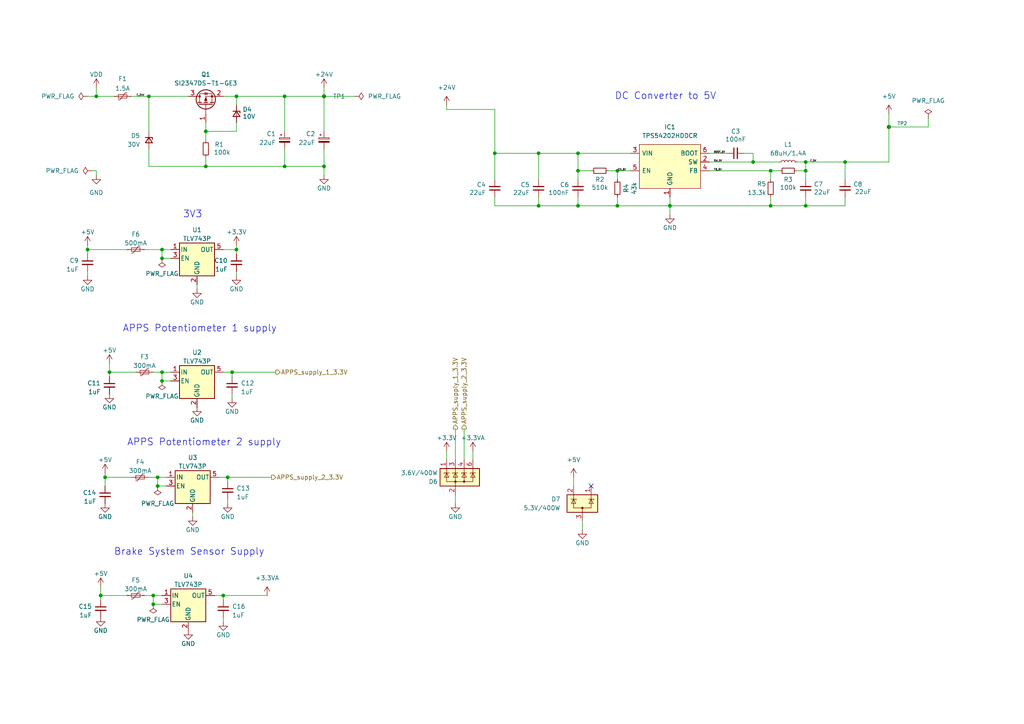
<source format=kicad_sch>
(kicad_sch (version 20250114) (generator "eeschema") (generator_version "9.0")
  (paper "A4")
  (lib_symbols
    (symbol "Connector:TestPoint_Small" (pin_numbers (hide yes)) (pin_names (offset 0.762) (hide yes))
      (property "Reference" "TP" (at 0 3.81 0))
      (property "Value" "TestPoint_Small" (at 0 2.032 0))
      (symbol "TestPoint_Small_0_1"
        (circle (center 0 0) (radius 0.508))
      )
      (symbol "TestPoint_Small_1_1"
        (pin passive line (at 0 0 90) (length 0) (name "1") (number "1"))
      )
    )
    (symbol "Device:C_Polarized_Small" (pin_numbers (hide yes)) (pin_names (offset 0.254) (hide yes))
      (property "Reference" "C" (at 0.254 1.778 0))
      (property "Value" "C_Polarized_Small" (at 0.254 -2.032 0))
      (symbol "C_Polarized_Small_0_1"
        (rectangle (start -1.524 0.6858) (end 1.524 0.3048))
        (rectangle (start -1.524 -0.3048) (end 1.524 -0.6858) (fill (type outline)))
        (polyline (pts (xy -1.27 1.524) (xy -0.762 1.524)))
        (polyline (pts (xy -1.016 1.27) (xy -1.016 1.778)))
      )
      (symbol "C_Polarized_Small_1_1"
        (pin passive line (at 0 2.54 270) (length 1.8542) (name "~") (number "1"))
        (pin passive line (at 0 -2.54 90) (length 1.8542) (name "~") (number "2"))
      )
    )
    (symbol "Device:C_Small" (pin_numbers (hide yes)) (pin_names (offset 0.254) (hide yes))
      (property "Reference" "C" (at 0.254 1.778 0))
      (property "Value" "C_Small" (at 0.254 -2.032 0))
      (symbol "C_Small_0_1"
        (polyline (pts (xy -1.524 0.508) (xy 1.524 0.508)) (stroke (width 0.3048)))
        (polyline (pts (xy -1.524 -0.508) (xy 1.524 -0.508)) (stroke (width 0.3302)))
      )
      (symbol "C_Small_1_1"
        (pin passive line (at 0 2.54 270) (length 2.032) (name "~") (number "1"))
        (pin passive line (at 0 -2.54 90) (length 2.032) (name "~") (number "2"))
      )
    )
    (symbol "Device:D_Zener_Small" (pin_numbers (hide yes)) (pin_names (offset 0.254) (hide yes))
      (property "Reference" "D" (at 0 2.286 0))
      (property "Value" "D_Zener_Small" (at 0 -2.286 0))
      (symbol "D_Zener_Small_0_1"
        (polyline (pts (xy -0.254 1.016) (xy -0.762 1.016) (xy -0.762 -1.016)) (stroke (width 0.254)))
        (polyline (pts (xy 0.762 1.016) (xy -0.762 0) (xy 0.762 -1.016) (xy 0.762 1.016)) (stroke (width 0.254)))
        (polyline (pts (xy 0.762 0) (xy -0.762 0)))
      )
      (symbol "D_Zener_Small_1_1"
        (pin passive line (at -2.54 0 0) (length 1.778) (name "K") (number "1"))
        (pin passive line (at 2.54 0 180) (length 1.778) (name "A") (number "2"))
      )
    )
    (symbol "Device:Polyfuse_Small" (pin_numbers (hide yes)) (pin_names (offset 0))
      (property "Reference" "F" (at -1.905 0 90))
      (property "Value" "Polyfuse_Small" (at 1.905 0 90))
      (symbol "Polyfuse_Small_0_1"
        (polyline (pts (xy -1.016 1.27) (xy -1.016 0.762) (xy 1.016 -0.762) (xy 1.016 -1.27)))
        (rectangle (start -0.508 1.27) (end 0.508 -1.27))
        (polyline (pts (xy 0 2.54) (xy 0 -2.54)))
      )
      (symbol "Polyfuse_Small_1_1"
        (pin passive line (at 0 2.54 270) (length 0.635) (name "~") (number "1"))
        (pin passive line (at 0 -2.54 90) (length 0.635) (name "~") (number "2"))
      )
    )
    (symbol "Device:R_Small" (pin_numbers (hide yes)) (pin_names (offset 0.254) (hide yes))
      (property "Reference" "R" (at 0.762 0.508 0))
      (property "Value" "R_Small" (at 0.762 -1.016 0))
      (symbol "R_Small_0_1"
        (rectangle (start -0.762 1.778) (end 0.762 -1.778) (stroke (width 0.2032)))
      )
      (symbol "R_Small_1_1"
        (pin passive line (at 0 2.54 270) (length 0.762) (name "~") (number "1"))
        (pin passive line (at 0 -2.54 90) (length 0.762) (name "~") (number "2"))
      )
    )
    (symbol "ESDA5V3SC5_3" (pin_names (hide yes))
      (property "Reference" "D1" (at -6.35 1.27 0))
      (property "Value" "ESDA5V3SC5" (at -6.35 -1.27 0))
      (symbol "ESDA5V3SC5_3_0_1"
        (rectangle (start -4.445 2.54) (end 6.985 -2.54) (stroke (width 0.254)) (fill (type background)))
        (polyline (pts (xy -3.302 1.016) (xy -3.302 1.27) (xy -1.778 1.27)))
        (polyline (pts (xy -2.54 2.54) (xy -2.54 1.27)))
        (polyline (pts (xy -2.54 1.27) (xy -2.54 -1.27) (xy 2.54 -1.27) (xy 2.54 1.27)))
        (polyline (pts (xy -2.54 1.27) (xy -1.905 0) (xy -3.175 0) (xy -2.54 1.27)))
        (polyline (pts (xy 0 2.54) (xy 0 1.27)))
        (polyline (pts (xy 0 -1.27) (xy 0 1.27)))
        (polyline (pts (xy 0 -1.27) (xy 0 -2.54)))
        (circle (center 0 -1.27) (radius 0.254) (fill (type outline)))
        (polyline (pts (xy 0.635 0) (xy -0.635 0) (xy 0 1.27) (xy 0.635 0)))
        (polyline (pts (xy 0.762 1.27) (xy -0.762 1.27) (xy -0.762 1.016)))
        (polyline (pts (xy 1.778 1.016) (xy 1.778 1.27) (xy 3.175 1.27) (xy 3.302 1.27)))
        (polyline (pts (xy 2.54 2.54) (xy 2.54 1.27)))
        (polyline (pts (xy 2.54 1.27) (xy 1.905 0) (xy 3.175 0) (xy 2.54 1.27)))
        (circle (center 2.54 -1.27) (radius 0.254) (fill (type outline)))
        (polyline (pts (xy 4.318 1.016) (xy 4.318 1.27) (xy 5.715 1.27) (xy 5.842 1.27)))
        (polyline (pts (xy 5.08 2.54) (xy 5.08 1.27)))
        (polyline (pts (xy 5.08 1.27) (xy 5.08 -1.27) (xy 2.54 -1.27)))
        (polyline (pts (xy 5.08 1.27) (xy 4.445 0) (xy 5.715 0) (xy 5.08 1.27)))
      )
      (symbol "ESDA5V3SC5_3_1_0"
        (pin passive line (at 0 5.08 270) (length 2.54) (name "A") (number "3"))
        (pin passive line (at 5.08 5.08 270) (length 2.54) (name "A") (number "6"))
      )
      (symbol "ESDA5V3SC5_3_1_1"
        (pin passive line (at -2.54 5.08 270) (length 2.54) (name "A") (number "1"))
        (pin passive line (at 0 -5.08 90) (length 2.54) (name "K") (number "2"))
        (pin passive line (at 0 -5.08 90) (length 2.54) (hide yes) (name "NC") (number "5"))
        (pin passive line (at 2.54 5.08 270) (length 2.54) (name "A") (number "4"))
      )
    )
    (symbol "PWR_FLAG_1" (power) (pin_numbers (hide yes)) (pin_names (offset 0) (hide yes))
      (property "Value" "PWR_FLAG" (at 0 3.81 0))
      (symbol "PWR_FLAG_1_0_0"
        (pin power_out line (at 0 0 90) (length 0) (name "~") (number "1"))
      )
      (symbol "PWR_FLAG_1_0_1"
        (polyline (pts (xy 0 0) (xy 0 1.27) (xy -1.016 1.905) (xy 0 2.54) (xy 1.016 1.905) (xy 0 1.27)))
      )
    )
    (symbol "Power_Protection:ESDA5V3L" (pin_names (hide yes))
      (property "Reference" "D" (at 5.715 2.54 0))
      (property "Value" "ESDA5V3L" (at 5.715 0.635 0))
      (symbol "ESDA5V3L_0_0"
        (pin passive line (at 0 -5.08 90) (length 2.54) (name "A") (number "3"))
      )
      (symbol "ESDA5V3L_0_1"
        (rectangle (start -4.445 2.54) (end 4.445 -2.54) (stroke (width 0.254)) (fill (type background)))
        (polyline (pts (xy -3.302 1.016) (xy -3.302 1.27) (xy -1.905 1.27) (xy -1.778 1.27)))
        (polyline (pts (xy -2.54 2.54) (xy -2.54 1.27)))
        (polyline (pts (xy -2.54 1.27) (xy -2.54 -1.27) (xy 2.54 -1.27) (xy 2.54 1.27)))
        (polyline (pts (xy -2.54 1.27) (xy -1.905 0) (xy -3.175 0) (xy -2.54 1.27)))
        (polyline (pts (xy 0 -1.27) (xy 0 -2.54)))
        (circle (center 0 -1.27) (radius 0.254) (fill (type outline)))
        (polyline (pts (xy 1.778 1.016) (xy 1.778 1.27) (xy 3.175 1.27) (xy 3.302 1.27)))
        (polyline (pts (xy 2.54 2.54) (xy 2.54 1.27)))
        (polyline (pts (xy 2.54 1.27) (xy 1.905 0) (xy 3.175 0) (xy 2.54 1.27)))
      )
      (symbol "ESDA5V3L_1_1"
        (pin passive line (at -2.54 5.08 270) (length 2.54) (name "K") (number "1"))
        (pin passive line (at 2.54 5.08 270) (length 2.54) (name "K") (number "2"))
      )
    )
    (symbol "Regulator_Linear:TLV73330PDBV" (pin_names (offset 0.254))
      (property "Reference" "U" (at -3.81 5.715 0))
      (property "Value" "TLV73330PDBV" (at 0 5.715 0))
      (symbol "TLV73330PDBV_0_1"
        (rectangle (start -5.08 4.445) (end 5.08 -5.08) (stroke (width 0.254)) (fill (type background)))
      )
      (symbol "TLV73330PDBV_1_1"
        (pin power_in line (at -7.62 2.54 0) (length 2.54) (name "IN") (number "1"))
        (pin input line (at -7.62 0 0) (length 2.54) (name "EN") (number "3"))
        (pin power_in line (at 0 -7.62 90) (length 2.54) (name "GND") (number "2"))
        (pin no_connect line (at 5.08 0 180) (length 2.54) (hide yes) (name "NC") (number "4"))
        (pin power_out line (at 7.62 2.54 180) (length 2.54) (name "OUT") (number "5"))
      )
    )
    (symbol "SamacsysNew:TPS54202HDDCR" (pin_names (offset 0.762))
      (property "Reference" "IC2" (at 0 11.43 0))
      (property "Value" "TPS54202HDDCR" (at 0 8.89 0))
      (symbol "TPS54202HDDCR_0_0"
        (pin passive line (at -11.43 3.81 0) (length 2.54) (name "VIN") (number "3"))
        (pin passive line (at -11.43 -1.27 0) (length 2.54) (name "EN") (number "5"))
        (pin passive line (at 11.43 3.81 180) (length 2.54) (name "BOOT") (number "6"))
        (pin passive line (at 11.43 1.27 180) (length 2.54) (name "SW") (number "2"))
        (pin passive line (at 11.43 -1.27 180) (length 2.54) (name "FB") (number "4"))
      )
      (symbol "TPS54202HDDCR_1_0"
        (pin passive line (at 0 -8.89 90) (length 2.54) (name "GND") (number "1"))
      )
      (symbol "TPS54202HDDCR_1_1"
        (polyline (pts (xy -8.89 6.35) (xy 8.89 6.35) (xy 8.89 -6.35) (xy -8.89 -6.35) (xy -8.89 6.35)) (stroke (width 0.1524)) (fill (type background)))
      )
    )
    (symbol "Samacsys_kicad_sym:SRR4028-271Y" (pin_numbers (hide yes)) (pin_names (offset 0) (hide yes))
      (property "Reference" "L" (at 0 5.08 0))
      (property "Value" "270uF" (at 0 2.54 0))
      (symbol "SRR4028-271Y_0_1"
        (arc (start -2.032 0) (mid -1.524 0.5058) (end -1.016 0))
        (arc (start -1.016 0) (mid -0.508 0.5058) (end 0 0))
        (arc (start 0 0) (mid 0.508 0.5058) (end 1.016 0))
        (arc (start 1.016 0) (mid 1.524 0.5058) (end 2.032 0))
      )
      (symbol "SRR4028-271Y_1_1"
        (pin passive line (at -2.54 0 0) (length 0.508) (name "~") (number "1"))
        (pin passive line (at 2.54 0 180) (length 0.508) (name "~") (number "2"))
      )
    )
    (symbol "Transistor_FET:Q_PMOS_GSD" (pin_names (offset 0) (hide yes))
      (property "Reference" "Q" (at 5.08 1.905 0))
      (property "Value" "Q_PMOS_GSD" (at 5.08 0 0))
      (symbol "Q_PMOS_GSD_0_1"
        (polyline (pts (xy 0.254 1.905) (xy 0.254 -1.905)) (stroke (width 0.254)))
        (polyline (pts (xy 0.254 0) (xy -2.54 0)))
        (polyline (pts (xy 0.762 2.286) (xy 0.762 1.27)) (stroke (width 0.254)))
        (polyline (pts (xy 0.762 1.778) (xy 3.302 1.778) (xy 3.302 -1.778) (xy 0.762 -1.778)))
        (polyline (pts (xy 0.762 0.508) (xy 0.762 -0.508)) (stroke (width 0.254)))
        (polyline (pts (xy 0.762 -1.27) (xy 0.762 -2.286)) (stroke (width 0.254)))
        (circle (center 1.651 0) (radius 2.794) (stroke (width 0.254)))
        (polyline (pts (xy 2.286 0) (xy 1.27 0.381) (xy 1.27 -0.381) (xy 2.286 0)) (fill (type outline)))
        (polyline (pts (xy 2.54 2.54) (xy 2.54 1.778)))
        (circle (center 2.54 1.778) (radius 0.254) (fill (type outline)))
        (circle (center 2.54 -1.778) (radius 0.254) (fill (type outline)))
        (polyline (pts (xy 2.54 -2.54) (xy 2.54 0) (xy 0.762 0)))
        (polyline (pts (xy 2.921 -0.381) (xy 3.683 -0.381)))
        (polyline (pts (xy 3.302 -0.381) (xy 2.921 0.254) (xy 3.683 0.254) (xy 3.302 -0.381)))
      )
      (symbol "Q_PMOS_GSD_1_1"
        (pin input line (at -5.08 0 0) (length 2.54) (name "G") (number "1"))
        (pin passive line (at 2.54 5.08 270) (length 2.54) (name "D") (number "3"))
        (pin passive line (at 2.54 -5.08 90) (length 2.54) (name "S") (number "2"))
      )
    )
    (symbol "VDD_2" (power) (pin_names (offset 0))
      (property "Value" "VDD" (at 0 3.81 0))
      (symbol "VDD_2_0_1"
        (polyline (pts (xy -0.762 1.27) (xy 0 2.54)))
        (polyline (pts (xy 0 2.54) (xy 0.762 1.27)))
        (polyline (pts (xy 0 0) (xy 0 2.54)))
      )
      (symbol "VDD_2_1_1"
        (pin power_in line (at 0 0 90) (length 0) (hide yes) (name "VDD") (number "1"))
      )
    )
    (symbol "power:+24V" (power) (pin_names (offset 0))
      (property "Value" "+24V" (at 0 3.556 0))
      (symbol "+24V_0_1"
        (polyline (pts (xy -0.762 1.27) (xy 0 2.54)))
        (polyline (pts (xy 0 2.54) (xy 0.762 1.27)))
        (polyline (pts (xy 0 0) (xy 0 2.54)))
      )
      (symbol "+24V_1_1"
        (pin power_in line (at 0 0 90) (length 0) (hide yes) (name "+24V") (number "1"))
      )
    )
    (symbol "power:+3.3V" (power) (pin_names (offset 0))
      (property "Value" "+3.3V" (at 0 3.556 0))
      (symbol "+3.3V_0_1"
        (polyline (pts (xy -0.762 1.27) (xy 0 2.54)))
        (polyline (pts (xy 0 2.54) (xy 0.762 1.27)))
        (polyline (pts (xy 0 0) (xy 0 2.54)))
      )
      (symbol "+3.3V_1_1"
        (pin power_in line (at 0 0 90) (length 0) (hide yes) (name "+3.3V") (number "1"))
      )
    )
    (symbol "power:+3.3VA" (power) (pin_names (offset 0))
      (property "Value" "+3.3VA" (at 0 3.556 0))
      (symbol "+3.3VA_0_1"
        (polyline (pts (xy -0.762 1.27) (xy 0 2.54)))
        (polyline (pts (xy 0 2.54) (xy 0.762 1.27)))
        (polyline (pts (xy 0 0) (xy 0 2.54)))
      )
      (symbol "+3.3VA_1_1"
        (pin power_in line (at 0 0 90) (length 0) (hide yes) (name "+3.3VA") (number "1"))
      )
    )
    (symbol "power:+5V" (power) (pin_names (offset 0))
      (property "Value" "+5V" (at 0 3.556 0))
      (symbol "+5V_0_1"
        (polyline (pts (xy -0.762 1.27) (xy 0 2.54)))
        (polyline (pts (xy 0 2.54) (xy 0.762 1.27)))
        (polyline (pts (xy 0 0) (xy 0 2.54)))
      )
      (symbol "+5V_1_1"
        (pin power_in line (at 0 0 90) (length 0) (hide yes) (name "+5V") (number "1"))
      )
    )
    (symbol "power:GND" (power) (pin_names (offset 0))
      (property "Value" "GND" (at 0 -3.81 0))
      (symbol "GND_0_1"
        (polyline (pts (xy 0 0) (xy 0 -1.27) (xy 1.27 -1.27) (xy 0 -2.54) (xy -1.27 -1.27) (xy 0 -1.27)))
      )
      (symbol "GND_1_1"
        (pin power_in line (at 0 0 270) (length 0) (hide yes) (name "GND") (number "1"))
      )
    )
    (symbol "power:PWR_FLAG" (power) (pin_numbers (hide yes)) (pin_names (offset 0) (hide yes))
      (property "Value" "PWR_FLAG" (at 0 3.81 0))
      (symbol "PWR_FLAG_0_0"
        (pin power_out line (at 0 0 90) (length 0) (name "pwr") (number "1"))
      )
      (symbol "PWR_FLAG_0_1"
        (polyline (pts (xy 0 0) (xy 0 1.27) (xy -1.016 1.905) (xy 0 2.54) (xy 1.016 1.905) (xy 0 1.27)))
      )
    )
  )
  (text "APPS Potentiometer 2 supply" (at 36.83 129.54 0) (effects (font (size 2 2)) (justify left bottom)))
  (text "3V3" (at 55.88 62.23 0) (effects (font (size 2 2))))
  (text "DC Converter to 5V\n" (at 193.04 27.94 0) (effects (font (size 2 2))))
  (text "APPS Potentiometer 1 supply" (at 35.56 96.52 0) (effects (font (size 2 2)) (justify left bottom)))
  (text "Brake System Sensor Supply" (at 33.02 161.29 0) (effects (font (size 2 2)) (justify left bottom)))
  (junction (at 27.94 27.94))
  (junction (at 233.68 46.99))
  (junction (at 45.72 140.97))
  (junction (at 223.52 49.53))
  (junction (at 156.21 44.45))
  (junction (at 179.07 59.69))
  (junction (at 59.69 38.1))
  (junction (at 233.68 49.53))
  (junction (at 167.64 44.45))
  (junction (at 46.99 74.93))
  (junction (at 82.55 27.94))
  (junction (at 64.77 172.72))
  (junction (at 223.52 59.69))
  (junction (at 45.72 138.43))
  (junction (at 25.4 72.39))
  (junction (at 233.68 59.69))
  (junction (at 167.64 59.69))
  (junction (at 257.81 36.83))
  (junction (at 93.98 27.94))
  (junction (at 44.45 175.26))
  (junction (at 179.07 49.53))
  (junction (at 29.21 172.72))
  (junction (at 66.04 138.43))
  (junction (at 194.31 59.69))
  (junction (at 68.58 27.94))
  (junction (at 68.58 72.39))
  (junction (at 44.45 172.72))
  (junction (at 218.44 46.99))
  (junction (at 67.31 107.95))
  (junction (at 59.69 48.26))
  (junction (at 156.21 59.69))
  (junction (at 82.55 48.26))
  (junction (at 31.75 107.95))
  (junction (at 93.98 48.26))
  (junction (at 43.18 27.94))
  (junction (at 46.99 72.39))
  (junction (at 46.99 110.49))
  (junction (at 167.64 49.53))
  (junction (at 46.99 107.95))
  (junction (at 143.51 44.45))
  (junction (at 245.11 46.99))
  (junction (at 30.48 138.43))
  (no_connect (at 171.45 140.97))
  (wire (pts (xy 129.54 31.75) (xy 143.51 31.75)))
  (wire (pts (xy 64.77 27.94) (xy 68.58 27.94)))
  (wire (pts (xy 25.4 71.12) (xy 25.4 72.39)))
  (wire (pts (xy 179.07 59.69) (xy 194.31 59.69)))
  (wire (pts (xy 27.94 49.53) (xy 27.94 50.8)))
  (wire (pts (xy 49.53 74.93) (xy 46.99 74.93)))
  (wire (pts (xy 44.45 172.72) (xy 46.99 172.72)))
  (wire (pts (xy 233.68 46.99) (xy 245.11 46.99)))
  (wire (pts (xy 143.51 57.15) (xy 143.51 59.69)))
  (wire (pts (xy 215.9 44.45) (xy 218.44 44.45)))
  (wire (pts (xy 179.07 49.53) (xy 182.88 49.53)))
  (wire (pts (xy 43.18 48.26) (xy 59.69 48.26)))
  (wire (pts (xy 156.21 59.69) (xy 167.64 59.69)))
  (wire (pts (xy 245.11 57.15) (xy 245.11 59.69)))
  (wire (pts (xy 168.91 151.13) (xy 168.91 153.67)))
  (wire (pts (xy 205.74 49.53) (xy 223.52 49.53)))
  (wire (pts (xy 66.04 144.78) (xy 66.04 146.05)))
  (wire (pts (xy 63.5 138.43) (xy 66.04 138.43)))
  (wire (pts (xy 64.77 179.07) (xy 64.77 180.34)))
  (wire (pts (xy 27.94 27.94) (xy 33.02 27.94)))
  (wire (pts (xy 176.53 49.53) (xy 179.07 49.53)))
  (wire (pts (xy 93.98 43.18) (xy 93.98 48.26)))
  (wire (pts (xy 167.64 59.69) (xy 167.64 57.15)))
  (wire (pts (xy 82.55 27.94) (xy 82.55 38.1)))
  (wire (pts (xy 269.24 36.83) (xy 257.81 36.83)))
  (wire (pts (xy 59.69 38.1) (xy 59.69 40.64)))
  (wire (pts (xy 30.48 138.43) (xy 38.1 138.43)))
  (wire (pts (xy 82.55 27.94) (xy 68.58 27.94)))
  (wire (pts (xy 167.64 49.53) (xy 171.45 49.53)))
  (wire (pts (xy 93.98 25.4) (xy 93.98 27.94)))
  (wire (pts (xy 64.77 172.72) (xy 77.47 172.72)))
  (wire (pts (xy 25.4 72.39) (xy 25.4 73.66)))
  (wire (pts (xy 46.99 175.26) (xy 44.45 175.26)))
  (wire (pts (xy 143.51 31.75) (xy 143.51 44.45)))
  (wire (pts (xy 48.26 140.97) (xy 45.72 140.97)))
  (wire (pts (xy 156.21 44.45) (xy 156.21 52.07)))
  (wire (pts (xy 30.48 138.43) (xy 30.48 140.97)))
  (wire (pts (xy 64.77 107.95) (xy 67.31 107.95)))
  (wire (pts (xy 167.64 49.53) (xy 167.64 52.07)))
  (wire (pts (xy 194.31 59.69) (xy 223.52 59.69)))
  (wire (pts (xy 82.55 27.94) (xy 93.98 27.94)))
  (wire (pts (xy 129.54 30.48) (xy 129.54 31.75)))
  (wire (pts (xy 30.48 137.16) (xy 30.48 138.43)))
  (wire (pts (xy 46.99 72.39) (xy 46.99 74.93)))
  (wire (pts (xy 29.21 173.99) (xy 29.21 172.72)))
  (wire (pts (xy 137.16 130.81) (xy 137.16 133.35)))
  (wire (pts (xy 25.4 78.74) (xy 25.4 80.01)))
  (wire (pts (xy 62.23 172.72) (xy 64.77 172.72)))
  (wire (pts (xy 167.64 44.45) (xy 167.64 49.53)))
  (wire (pts (xy 68.58 71.12) (xy 68.58 72.39)))
  (wire (pts (xy 223.52 52.07) (xy 223.52 49.53)))
  (wire (pts (xy 143.51 59.69) (xy 156.21 59.69)))
  (wire (pts (xy 82.55 43.18) (xy 82.55 48.26)))
  (wire (pts (xy 233.68 49.53) (xy 233.68 52.07)))
  (wire (pts (xy 233.68 59.69) (xy 223.52 59.69)))
  (wire (pts (xy 27.94 25.4) (xy 27.94 27.94)))
  (wire (pts (xy 44.45 172.72) (xy 44.45 175.26)))
  (wire (pts (xy 67.31 114.3) (xy 67.31 115.57)))
  (wire (pts (xy 64.77 172.72) (xy 64.77 173.99)))
  (wire (pts (xy 179.07 49.53) (xy 179.07 52.07)))
  (wire (pts (xy 143.51 44.45) (xy 143.51 52.07)))
  (wire (pts (xy 46.99 107.95) (xy 49.53 107.95)))
  (wire (pts (xy 205.74 44.45) (xy 210.82 44.45)))
  (wire (pts (xy 68.58 72.39) (xy 68.58 73.66)))
  (wire (pts (xy 223.52 59.69) (xy 223.52 57.15)))
  (wire (pts (xy 218.44 46.99) (xy 226.06 46.99)))
  (wire (pts (xy 205.74 46.99) (xy 218.44 46.99)))
  (wire (pts (xy 233.68 57.15) (xy 233.68 59.69)))
  (wire (pts (xy 218.44 46.99) (xy 218.44 44.45)))
  (wire (pts (xy 257.81 33.02) (xy 257.81 36.83)))
  (wire (pts (xy 245.11 46.99) (xy 245.11 52.07)))
  (wire (pts (xy 132.08 143.51) (xy 132.08 146.05)))
  (wire (pts (xy 194.31 57.15) (xy 194.31 59.69)))
  (wire (pts (xy 93.98 48.26) (xy 93.98 50.8)))
  (wire (pts (xy 26.67 49.53) (xy 27.94 49.53)))
  (wire (pts (xy 67.31 107.95) (xy 67.31 109.22)))
  (wire (pts (xy 45.72 138.43) (xy 48.26 138.43)))
  (wire (pts (xy 156.21 57.15) (xy 156.21 59.69)))
  (wire (pts (xy 46.99 107.95) (xy 46.99 110.49)))
  (wire (pts (xy 68.58 35.56) (xy 68.58 38.1)))
  (wire (pts (xy 41.91 172.72) (xy 44.45 172.72)))
  (wire (pts (xy 55.88 148.59) (xy 55.88 149.86)))
  (wire (pts (xy 59.69 48.26) (xy 82.55 48.26)))
  (wire (pts (xy 231.14 49.53) (xy 233.68 49.53)))
  (wire (pts (xy 93.98 27.94) (xy 102.87 27.94)))
  (wire (pts (xy 31.75 109.22) (xy 31.75 107.95)))
  (wire (pts (xy 245.11 59.69) (xy 233.68 59.69)))
  (wire (pts (xy 59.69 35.56) (xy 59.69 38.1)))
  (wire (pts (xy 167.64 44.45) (xy 182.88 44.45)))
  (wire (pts (xy 179.07 57.15) (xy 179.07 59.69)))
  (wire (pts (xy 66.04 138.43) (xy 66.04 139.7)))
  (wire (pts (xy 231.14 46.99) (xy 233.68 46.99)))
  (wire (pts (xy 43.18 27.94) (xy 54.61 27.94)))
  (wire (pts (xy 134.62 124.46) (xy 134.62 133.35)))
  (wire (pts (xy 59.69 38.1) (xy 68.58 38.1)))
  (wire (pts (xy 233.68 46.99) (xy 233.68 49.53)))
  (wire (pts (xy 66.04 138.43) (xy 78.74 138.43)))
  (wire (pts (xy 143.51 44.45) (xy 156.21 44.45)))
  (wire (pts (xy 68.58 78.74) (xy 68.58 80.01)))
  (wire (pts (xy 31.75 105.41) (xy 31.75 107.95)))
  (wire (pts (xy 31.75 107.95) (xy 39.37 107.95)))
  (wire (pts (xy 167.64 59.69) (xy 179.07 59.69)))
  (wire (pts (xy 57.15 82.55) (xy 57.15 83.82)))
  (wire (pts (xy 167.64 44.45) (xy 156.21 44.45)))
  (wire (pts (xy 46.99 72.39) (xy 49.53 72.39)))
  (wire (pts (xy 43.18 43.18) (xy 43.18 48.26)))
  (wire (pts (xy 129.54 130.81) (xy 129.54 133.35)))
  (wire (pts (xy 49.53 110.49) (xy 46.99 110.49)))
  (wire (pts (xy 67.31 107.95) (xy 80.01 107.95)))
  (wire (pts (xy 223.52 49.53) (xy 226.06 49.53)))
  (wire (pts (xy 45.72 138.43) (xy 45.72 140.97)))
  (wire (pts (xy 44.45 107.95) (xy 46.99 107.95)))
  (wire (pts (xy 269.24 34.29) (xy 269.24 36.83)))
  (wire (pts (xy 68.58 30.48) (xy 68.58 27.94)))
  (wire (pts (xy 36.83 72.39) (xy 25.4 72.39)))
  (wire (pts (xy 245.11 46.99) (xy 257.81 46.99)))
  (wire (pts (xy 29.21 172.72) (xy 36.83 172.72)))
  (wire (pts (xy 43.18 27.94) (xy 43.18 38.1)))
  (wire (pts (xy 59.69 45.72) (xy 59.69 48.26)))
  (wire (pts (xy 41.91 72.39) (xy 46.99 72.39)))
  (wire (pts (xy 82.55 48.26) (xy 93.98 48.26)))
  (wire (pts (xy 257.81 36.83) (xy 257.81 46.99)))
  (wire (pts (xy 132.08 124.46) (xy 132.08 133.35)))
  (wire (pts (xy 166.37 138.43) (xy 166.37 140.97)))
  (wire (pts (xy 43.18 138.43) (xy 45.72 138.43)))
  (wire (pts (xy 194.31 62.23) (xy 194.31 59.69)))
  (wire (pts (xy 64.77 72.39) (xy 68.58 72.39)))
  (wire (pts (xy 25.4 27.94) (xy 27.94 27.94)))
  (wire (pts (xy 93.98 27.94) (xy 93.98 38.1)))
  (wire (pts (xy 29.21 170.18) (xy 29.21 172.72)))
  (wire (pts (xy 38.1 27.94) (xy 43.18 27.94)))
  (label "FB_5V" (at 207.01 49.53 0) (effects (font (size 0.5 0.5))))
  (label "EN_5V" (at 181.61 49.53 180) (effects (font (size 0.5 0.5))))
  (label "F_5V" (at 234.95 46.99 0) (effects (font (size 0.5 0.5))))
  (label "BOOT_5V" (at 207.01 44.45 0) (effects (font (size 0.5 0.5))))
  (label "F_24V" (at 41.91 27.94 180) (effects (font (size 0.5 0.5))))
  (label "SW_5V" (at 207.01 46.99 0) (effects (font (size 0.5 0.5))))
  (hierarchical_label "APPS_supply_1_3.3V" (shape output) (at 132.08 124.46 90))
  (hierarchical_label "APPS_supply_2_3.3V" (shape output) (at 78.74 138.43 0))
  (hierarchical_label "APPS_supply_2_3.3V" (shape output) (at 134.62 124.46 90))
  (hierarchical_label "APPS_supply_1_3.3V" (shape output) (at 80.01 107.95 0))
  (symbol (lib_id "power:PWR_FLAG") (at 44.45 175.26 180) (unit 1)
    (property "Reference" "#FLG07" (effects (hide yes)))
    (property "Value" "PWR_FLAG" (at 44.45 179.705 0))
  )
  (symbol (lib_id "power:+3.3VA") (at 137.16 130.81 0) (unit 1)
    (property "Reference" "#PWR030" (effects (hide yes)))
    (property "Value" "+3.3VA" (at 137.16 127 0))
  )
  (symbol (lib_id "power:PWR_FLAG") (at 46.99 110.49 180) (unit 1)
    (property "Reference" "#FLG05" (effects (hide yes)))
    (property "Value" "PWR_FLAG" (at 46.99 114.935 0))
  )
  (symbol (lib_id "power:+3.3V") (at 68.58 71.12 0) (unit 1)
    (property "Reference" "#PWR021" (effects (hide yes)))
    (property "Value" "+3.3V" (at 68.58 67.31 0))
  )
  (symbol (lib_id "Device:C_Small") (at 167.64 54.61 180) (unit 1)
    (property "Reference" "C6" (at 165.1 53.5686 0) (effects (justify left)))
    (property "Value" "100nF" (at 165.1 55.88 0) (effects (justify left)))
    (property "Footprint" "Capacitor_SMD:C_0603_1608Metric" (effects (hide yes)))
    (property "Manufacturer_Name" "--" (effects (hide yes)))
    (property "Manufacturer_Part_Number" "C0603C104J3RACTU" (effects (hide yes)))
    (property "Mouser Part Number" "--" (effects (hide yes)))
    (property "Mouser Price/Stock" "https://www.mouser.pl/ProductDetail/KEMET/C0603C104J3RACTU?qs=EHsFn6hSx4W0Oy0I8JUofQ%3D%3D" (effects (hide yes)))
  )
  (symbol (lib_name "PWR_FLAG_1") (lib_id "power:PWR_FLAG") (at 269.24 34.29 0) (unit 1)
    (property "Reference" "#FLG03" (effects (hide yes)))
    (property "Value" "PWR_FLAG" (at 269.24 29.21 0))
    (property "Description" "Special symbol for telling ERC where power comes from" (effects (hide yes)))
  )
  (symbol (lib_id "Device:C_Small") (at 31.75 111.76 0) (mirror y) (unit 1)
    (property "Reference" "C11" (at 29.21 111.1313 0) (effects (justify left)))
    (property "Value" "1uF" (at 29.21 113.6713 0) (effects (justify left)))
    (property "Footprint" "Capacitor_SMD:C_0603_1608Metric_Pad1.08x0.95mm_HandSolder" (effects (hide yes)))
  )
  (symbol (lib_id "Device:C_Small") (at 245.11 54.61 0) (unit 1)
    (property "Reference" "C8" (at 247.4468 53.4416 0) (effects (justify left)))
    (property "Value" "22uF" (at 247.904 55.626 0) (effects (justify left)))
    (property "Footprint" "Capacitor_SMD:C_0805_2012Metric" (effects (hide yes)))
    (property "Manufacturer_Name" "MCASH21GCC7684MTCA1J" (effects (hide yes)))
    (property "Manufacturer_Part_Number" "CL21A107MQYNNWE" (effects (hide yes)))
    (property "Mouser Part Number" "810-C2012X5R1V226MAC" (effects (hide yes)))
  )
  (symbol (lib_id "Device:R_Small") (at 179.07 54.61 0) (unit 1)
    (property "Reference" "R4" (at 181.61 54.61 90))
    (property "Value" "43k" (at 183.9214 54.61 90))
    (property "Footprint" "Resistor_SMD:R_0603_1608Metric" (effects (hide yes)))
    (property "Manufacturer_Name" "--" (effects (hide yes)))
    (property "Manufacturer_Part_Number" "RT0603DRD07510KL" (effects (hide yes)))
    (property "Mouser Part Number" "603-RT0603DRD07510KL" (effects (hide yes)))
    (property "Mouser Price/Stock" "https://www.mouser.pl/ProductDetail/YAGEO/RT0603DRD07510KL?qs=sGAEpiMZZMvdGkrng054ty4ODOmm8zHWC2NtN%2FxoXMDt5RcWrhCwTg%3D%3D" (effects (hide yes)))
  )
  (symbol (lib_id "power:+24V") (at 129.54 30.48 0) (unit 1)
    (property "Reference" "#PWR015" (effects (hide yes)))
    (property "Value" "+24V" (at 129.54 25.4 0))
  )
  (symbol (lib_id "Device:D_Zener_Small") (at 68.58 33.02 270) (unit 1)
    (property "Reference" "D4" (at 70.358 31.75 90) (effects (justify left)))
    (property "Value" "10V" (at 70.358 33.782 90) (effects (justify left)))
    (property "Footprint" "Diode_SMD:D_SOD-123" (effects (hide yes)))
    (property "Mouser Part Number" "863-MMSZ5240BT1G" (effects (hide yes)))
  )
  (symbol (lib_id "Device:R_Small") (at 223.52 54.61 180) (unit 1)
    (property "Reference" "R5" (at 222.25 53.34 0) (effects (justify left)))
    (property "Value" "13.3k" (at 222.25 55.88 0) (effects (justify left)))
    (property "Footprint" "Resistor_SMD:R_0603_1608Metric" (effects (hide yes)))
    (property "Manufacturer_Name" "--" (effects (hide yes)))
    (property "Manufacturer_Part_Number" "RT0603DRE0713K3L" (effects (hide yes)))
    (property "Mouser Part Number" "603-RT0603DRE0713K3L" (effects (hide yes)))
    (property "Mouser Price/Stock" "https://www.mouser.pl/ProductDetail/YAGEO/RT0603DRE0713K3L?qs=sGAEpiMZZMvdGkrng054t%252BSYh%252B1gqt95FxZ2mt2m9JM%3D" (effects (hide yes)))
  )
  (symbol (lib_id "Device:C_Polarized_Small") (at 82.55 40.64 0) (unit 1)
    (property "Reference" "C1" (at 80.01 38.8238 0) (effects (justify right)))
    (property "Value" "22uF" (at 80.01 41.3638 0) (effects (justify right)))
    (property "Footprint" "Capacitor_SMD:CP_Elec_4x5.8" (effects (hide yes)))
    (property "Description" "Polarized capacitor, small symbol" (effects (hide yes)))
    (property "Mouser Price/Stock" "https://www.mouser.pl/ProductDetail/Samsung-Electro-Mechanics/CL21A107MQYNNWE?qs=81r%252BiQLm7BSNi6fWCnDBNQ%3D%3D" (effects (hide yes)))
    (property "Mouser Part Number" "647-UCM1V220MCL1GS" (effects (hide yes)))
  )
  (symbol (lib_id "power:+5V") (at 30.48 137.16 0) (unit 1)
    (property "Reference" "#PWR031" (effects (hide yes)))
    (property "Value" "+5V" (at 30.48 133.35 0))
  )
  (symbol (lib_id "power:GND") (at 168.91 153.67 0) (unit 1)
    (property "Reference" "#PWR037" (effects (hide yes)))
    (property "Value" "GND" (at 168.91 157.48 0))
  )
  (symbol (lib_id "power:GND") (at 67.31 115.57 0) (unit 1)
    (property "Reference" "#PWR027" (effects (hide yes)))
    (property "Value" "GND" (at 67.31 119.38 0))
  )
  (symbol (lib_id "Transistor_FET:Q_PMOS_GSD") (at 59.69 30.48 90) (unit 1)
    (property "Reference" "Q1" (at 59.69 21.59 90))
    (property "Value" "SI2347DS-T1-GE3" (at 59.69 24.13 90))
    (property "Footprint" "Package_TO_SOT_SMD:SOT-23-3" (effects (hide yes)))
    (property "Datasheet" "https://www.vishay.com/docs/62827/si2347ds.pdf" (effects (hide yes)))
    (property "Description" "P-MOSFET transistor, gate/source/drain" (effects (hide yes)))
    (property "Mouser Price/Stock" "https://www.mouser.pl/ProductDetail/Vishay-Semiconductors/SI2347DS-T1-GE3?qs=wnm%2FPMJNddFQv4lfacOrcA%3D%3D" (effects (hide yes)))
  )
  (symbol (lib_id "Connector:TestPoint_Small") (at 257.81 36.83 0) (unit 1)
    (property "Reference" "TP2" (at 263.144 35.814 0) (effects (font (size 1 1)) (justify right)))
    (property "Value" "TestPoint_Small" (effects (hide yes)))
    (property "Footprint" "TestPoint:TestPoint_THTPad_D1.0mm_Drill0.5mm" (effects (hide yes)))
  )
  (symbol (lib_id "Device:Polyfuse_Small") (at 35.56 27.94 90) (unit 1)
    (property "Reference" "F1" (at 35.56 22.86 90))
    (property "Value" "1.5A" (at 35.56 25.654 90))
    (property "Footprint" "Fuse:Fuse_1812_4532Metric" (effects (hide yes)))
    (property "Datasheet" "https://www.mouser.pl/datasheet/2/87/eaton_pts1812_6_60_volt_dc_surface_mount_resettabl-1608747.pdf" (effects (hide yes)))
    (property "Component" "PTS181233V075" (effects (hide yes)))
  )
  (symbol (lib_id "Device:C_Small") (at 25.4 76.2 0) (mirror y) (unit 1)
    (property "Reference" "C9" (at 22.86 75.5713 0) (effects (justify left)))
    (property "Value" "1uF" (at 22.86 78.1113 0) (effects (justify left)))
    (property "Footprint" "Capacitor_SMD:C_0603_1608Metric_Pad1.08x0.95mm_HandSolder" (effects (hide yes)))
  )
  (symbol (lib_id "Device:D_Zener_Small") (at 43.18 40.64 270) (unit 1)
    (property "Reference" "D5" (at 40.64 39.37 90) (effects (justify right)))
    (property "Value" "30V" (at 40.64 41.91 90) (effects (justify right)))
    (property "Footprint" "Diode_SMD:D_SOD-123" (effects (hide yes)))
    (property "Description" "Zener diode, small symbol" (effects (hide yes)))
    (property "Mouser Part Number" "750-TV02W260-G" (effects (hide yes)))
  )
  (symbol (lib_name "VDD_2") (lib_id "power:VDD") (at 93.98 25.4 0) (unit 1)
    (property "Reference" "#PWR014" (effects (hide yes)))
    (property "Value" "+24V" (at 93.98 21.59 0))
  )
  (symbol (lib_id "Device:Polyfuse_Small") (at 39.37 172.72 90) (unit 1)
    (property "Reference" "F5" (at 39.37 168.275 90))
    (property "Value" "300mA" (at 39.37 170.815 90))
    (property "Footprint" "Fuse:Fuse_0603_1608Metric_Pad1.05x0.95mm_HandSolder" (effects (hide yes)))
    (property "Datasheet" "https://www.mouser.pl/datasheet/2/447/YAGO_S_A0011407805_1-2572780.pdf" (effects (hide yes)))
  )
  (symbol (lib_id "Device:Polyfuse_Small") (at 40.64 138.43 90) (unit 1)
    (property "Reference" "F4" (at 40.64 133.985 90))
    (property "Value" "300mA" (at 40.64 136.525 90))
    (property "Footprint" "Fuse:Fuse_0603_1608Metric_Pad1.05x0.95mm_HandSolder" (effects (hide yes)))
    (property "Datasheet" "https://www.mouser.pl/datasheet/2/447/YAGO_S_A0011407805_1-2572780.pdf" (effects (hide yes)))
  )
  (symbol (lib_id "power:GND") (at 57.15 118.11 0) (unit 1)
    (property "Reference" "#PWR028" (effects (hide yes)))
    (property "Value" "GND" (at 57.15 121.92 0))
  )
  (symbol (lib_id "power:PWR_FLAG") (at 25.4 27.94 90) (unit 1)
    (property "Reference" "#FLG01" (effects (hide yes)))
    (property "Value" "PWR_FLAG" (at 21.59 27.94 90) (effects (justify left)))
  )
  (symbol (lib_id "power:+3.3V") (at 129.54 130.81 0) (unit 1)
    (property "Reference" "#PWR029" (effects (hide yes)))
    (property "Value" "+3.3V" (at 129.54 127 0))
  )
  (symbol (lib_id "Device:C_Small") (at 143.51 54.61 180) (unit 1)
    (property "Reference" "C4" (at 140.97 53.5686 0) (effects (justify left)))
    (property "Value" "22uF" (at 140.97 55.88 0) (effects (justify left)))
    (property "Footprint" "Capacitor_SMD:C_0805_2012Metric" (effects (hide yes)))
    (property "Manufacturer_Name" "MCASH21GCC7684MTCA1J" (effects (hide yes)))
    (property "Manufacturer_Part_Number" "CL21A107MQYNNWE" (effects (hide yes)))
    (property "Mouser Part Number" "810-C2012X5R1V226MAC" (effects (hide yes)))
  )
  (symbol (lib_id "power:+5V") (at 29.21 170.18 0) (unit 1)
    (property "Reference" "#PWR038" (effects (hide yes)))
    (property "Value" "+5V" (at 29.21 166.37 0))
  )
  (symbol (lib_id "power:+5V") (at 31.75 105.41 0) (unit 1)
    (property "Reference" "#PWR025" (effects (hide yes)))
    (property "Value" "+5V" (at 31.75 101.6 0))
  )
  (symbol (lib_id "Device:C_Small") (at 30.48 143.51 0) (mirror y) (unit 1)
    (property "Reference" "C14" (at 27.94 142.8813 0) (effects (justify left)))
    (property "Value" "1uF" (at 27.94 145.4213 0) (effects (justify left)))
    (property "Footprint" "Capacitor_SMD:C_0603_1608Metric_Pad1.08x0.95mm_HandSolder" (effects (hide yes)))
  )
  (symbol (lib_id "Samacsys_kicad_sym:SRR4028-271Y") (at 228.6 46.99 0) (unit 1)
    (property "Reference" "L1" (at 228.6 41.91 0))
    (property "Value" "68uH/1.4A" (at 228.6 44.45 0))
    (property "Footprint" "Inductor_SMD:L_TDK_VLS6045EX_VLS6045AF" (effects (hide yes)))
    (property "Datasheet" "https://product.tdk.com/system/files/dam/doc/product/inductor/inductor/smd/catalog/inductor_commercial_power_vls6045ex_en.pdf" (effects (hide yes)))
    (property "Description" "Power Inductors - SMD 68uH 20% 0.31mohms 1A 6x6x4.5mm" (effects (hide yes)))
    (property "Height" "4.5mm" (effects (hide yes)))
    (property "Mouser Part Number" "810-VLS6045EX-680M" (effects (hide yes)))
    (property "Mouser Price/Stock" "https://www.mouser.pl/ProductDetail/TDK/VLS6045EX-680M?qs=oF%2FSscNnLpBLjomrKRgHaA%3D%3D" (effects (hide yes)))
    (property "Manufacturer_Name" "TDK" (effects (hide yes)))
    (property "Manufacturer_Part_Number" " VLS6045EX-680M" (effects (hide yes)))
  )
  (symbol (lib_id "power:+5V") (at 257.81 33.02 0) (unit 1)
    (property "Reference" "#PWR016" (effects (hide yes)))
    (property "Value" "+5V" (at 257.81 27.94 0))
  )
  (symbol (lib_id "power:+5V") (at 166.37 138.43 0) (unit 1)
    (property "Reference" "#PWR032" (effects (hide yes)))
    (property "Value" "+5V" (at 166.37 133.35 0))
  )
  (symbol (lib_id "Device:R_Small") (at 228.6 49.53 90) (unit 1)
    (property "Reference" "R3" (at 228.6 52.07 90))
    (property "Value" "100k" (at 228.6 54.3814 90))
    (property "Footprint" "Resistor_SMD:R_0603_1608Metric" (effects (hide yes)))
    (property "Manufacturer_Name" "--" (effects (hide yes)))
    (property "Manufacturer_Part_Number" "RT0603DRE07100KL" (effects (hide yes)))
    (property "Mouser Part Number" "--" (effects (hide yes)))
    (property "Mouser Price/Stock" "https://www.mouser.pl/ProductDetail/YAGEO/RT0603DRE07100KL?qs=sGAEpiMZZMvdGkrng054t1nmr2c61WvadC66rbrHowc%3D" (effects (hide yes)))
  )
  (symbol (lib_id "power:GND") (at 29.21 179.07 0) (unit 1)
    (property "Reference" "#PWR040" (effects (hide yes)))
    (property "Value" "GND" (at 29.21 182.88 0))
  )
  (symbol (lib_id "power:PWR_FLAG") (at 45.72 140.97 180) (unit 1)
    (property "Reference" "#FLG06" (effects (hide yes)))
    (property "Value" "PWR_FLAG" (at 45.72 146.05 0))
  )
  (symbol (lib_id "power:GND") (at 30.48 146.05 0) (unit 1)
    (property "Reference" "#PWR033" (effects (hide yes)))
    (property "Value" "GND" (at 30.48 149.86 0))
  )
  (symbol (lib_id "Regulator_Linear:TLV73330PDBV") (at 57.15 110.49 0) (unit 1)
    (property "Reference" "U2" (at 57.15 102.235 0))
    (property "Value" "TLV743P" (at 57.15 104.775 0))
    (property "Footprint" "Package_TO_SOT_SMD:SOT-23-5_HandSoldering" (effects (hide yes)))
    (property "Datasheet" "https://www.mouser.pl/ProductDetail/Texas-Instruments/TLV74333PDBVR?qs=EU6FO9ffTwe08kePOwcQGA%3D%3D" (effects (hide yes)))
  )
  (symbol (lib_id "power:PWR_FLAG") (at 26.67 49.53 90) (unit 1)
    (property "Reference" "#FLG04" (effects (hide yes)))
    (property "Value" "PWR_FLAG" (at 22.86 49.53 90) (effects (justify left)))
  )
  (symbol (lib_id "Regulator_Linear:TLV73330PDBV") (at 57.15 74.93 0) (unit 1)
    (property "Reference" "U1" (at 57.15 66.675 0))
    (property "Value" "TLV743P" (at 57.15 69.215 0))
    (property "Footprint" "Package_TO_SOT_SMD:SOT-23-5_HandSoldering" (effects (hide yes)))
    (property "Datasheet" "https://www.mouser.pl/ProductDetail/Texas-Instruments/TLV74333PDBVR?qs=EU6FO9ffTwe08kePOwcQGA%3D%3D" (effects (hide yes)))
  )
  (symbol (lib_name "ESDA5V3SC5_3") (lib_id "Power_Protection:ESDA5V3SC5") (at 132.08 138.43 0) (unit 1)
    (property "Reference" "D6" (at 127 139.7 0) (effects (justify right)))
    (property "Value" "3.6V/400W" (at 127 137.16 0) (effects (justify right)))
    (property "Footprint" "Package_TO_SOT_SMD:SOT-23-6" (effects (hide yes)))
    (property "Datasheet" "www.ti.com/lit/gpn/esds302" (effects (hide yes)))
    (property "Description" "ESD Protection Diodes / TVS Diodes Quad 2.3-pF 3.6-V +/-30-kV ESD protect" (effects (hide yes)))
    (property "Manufacturer_Part_Number" "ESDS304DBVR" (effects (hide yes)))
    (property "Mouser Part Number" "595-ESDS304DBVR" (effects (hide yes)))
  )
  (symbol (lib_id "power:GND") (at 27.94 50.8 0) (unit 1)
    (property "Reference" "#PWR017" (effects (hide yes)))
    (property "Value" "GND" (at 27.94 55.88 0))
  )
  (symbol (lib_id "power:PWR_FLAG") (at 46.99 74.93 180) (unit 1)
    (property "Reference" "#FLG08" (effects (hide yes)))
    (property "Value" "PWR_FLAG" (at 46.99 79.375 0))
  )
  (symbol (lib_id "power:GND") (at 194.31 62.23 0) (unit 1)
    (property "Reference" "#PWR019" (effects (hide yes)))
    (property "Value" "GND" (at 194.31 66.04 0))
  )
  (symbol (lib_id "power:GND") (at 54.61 182.88 0) (unit 1)
    (property "Reference" "#PWR042" (effects (hide yes)))
    (property "Value" "GND" (at 54.61 186.69 0))
  )
  (symbol (lib_id "Device:C_Small") (at 68.58 76.2 0) (mirror y) (unit 1)
    (property "Reference" "C10" (at 66.04 75.5713 0) (effects (justify left)))
    (property "Value" "1uF" (at 66.04 78.1113 0) (effects (justify left)))
    (property "Footprint" "Capacitor_SMD:C_0603_1608Metric_Pad1.08x0.95mm_HandSolder" (effects (hide yes)))
  )
  (symbol (lib_id "power:GND") (at 57.15 83.82 0) (unit 1)
    (property "Reference" "#PWR024" (effects (hide yes)))
    (property "Value" "GND" (at 57.15 87.63 0))
  )
  (symbol (lib_id "power:PWR_FLAG") (at 102.87 27.94 270) (unit 1)
    (property "Reference" "#FLG02" (effects (hide yes)))
    (property "Value" "PWR_FLAG" (at 106.68 27.9399 90) (effects (justify left)))
  )
  (symbol (lib_id "Device:R_Small") (at 173.99 49.53 270) (unit 1)
    (property "Reference" "R2" (at 173.99 52.07 90))
    (property "Value" "510k" (at 173.99 54.3814 90))
    (property "Footprint" "Resistor_SMD:R_0603_1608Metric" (effects (hide yes)))
    (property "Manufacturer_Name" "--" (effects (hide yes)))
    (property "Manufacturer_Part_Number" "RT0603DRD07510KL" (effects (hide yes)))
    (property "Mouser Part Number" "603-RT0603DRD07510KL" (effects (hide yes)))
    (property "Mouser Price/Stock" "https://www.mouser.pl/ProductDetail/YAGEO/RT0603DRD07510KL?qs=sGAEpiMZZMvdGkrng054ty4ODOmm8zHWC2NtN%2FxoXMDt5RcWrhCwTg%3D%3D" (effects (hide yes)))
  )
  (symbol (lib_id "Device:R_Small") (at 59.69 43.18 0) (unit 1)
    (property "Reference" "R1" (at 62.23 41.9099 0) (effects (justify left)))
    (property "Value" "100k" (at 61.976 44.196 0) (effects (justify left)))
    (property "Footprint" "Resistor_SMD:R_0603_1608Metric_Pad0.98x0.95mm_HandSolder" (effects (hide yes)))
    (property "Datasheet" "https://www.koaspeer.com/pdfs/RK73B.pdf" (effects (hide yes)))
    (property "Description" "Resistor, small symbol" (effects (hide yes)))
    (property "Mouser Price/Stock" "https://www.mouser.pl/ProductDetail/KOA-Speer/RK73B1JTTD104J?qs=sGAEpiMZZMvdGkrng054t2HaaJFon%252B0pQ1vDU7rpyKc%3D" (effects (hide yes)))
  )
  (symbol (lib_id "Power_Protection:ESDA5V3L") (at 168.91 146.05 0) (mirror y) (unit 1)
    (property "Reference" "D7" (at 162.56 144.7799 0) (effects (justify left)))
    (property "Value" "5.3V/400W" (at 162.56 147.3199 0) (effects (justify left)))
    (property "Footprint" "Package_TO_SOT_SMD:SOT-23-3" (effects (hide yes)))
    (property "Datasheet" "https://www.st.com/resource/en/datasheet/esdal.pdf" (effects (hide yes)))
    (property "Description" "TVS Diode Array, 5.5V Standoff, 2 Channels, SOT23" (effects (hide yes)))
    (property "Mouser Part Number" "511-ESDA5V3L" (effects (hide yes)))
  )
  (symbol (lib_id "power:+3.3VA") (at 77.47 172.72 0) (unit 1)
    (property "Reference" "#PWR039" (effects (hide yes)))
    (property "Value" "+3.3VA" (at 77.47 167.64 0))
  )
  (symbol (lib_id "Device:C_Small") (at 29.21 176.53 0) (mirror y) (unit 1)
    (property "Reference" "C15" (at 26.67 175.9013 0) (effects (justify left)))
    (property "Value" "1uF" (at 26.67 178.4413 0) (effects (justify left)))
    (property "Footprint" "Capacitor_SMD:C_0603_1608Metric_Pad1.08x0.95mm_HandSolder" (effects (hide yes)))
  )
  (symbol (lib_id "power:GND") (at 25.4 80.01 0) (unit 1)
    (property "Reference" "#PWR022" (effects (hide yes)))
    (property "Value" "GND" (at 25.4 83.82 0))
  )
  (symbol (lib_name "VDD_2") (lib_id "power:VDD") (at 27.94 25.4 0) (unit 1)
    (property "Reference" "#PWR013" (effects (hide yes)))
    (property "Value" "VDD" (at 27.94 21.59 0))
  )
  (symbol (lib_id "Connector:TestPoint_Small") (at 93.98 27.94 180) (unit 1)
    (property "Reference" "TP1" (at 96.52 27.94 0) (effects (justify right)))
    (property "Value" "TestPoint_Small" (effects (hide yes)))
    (property "Footprint" "TestPoint:TestPoint_THTPad_D1.0mm_Drill0.5mm" (effects (hide yes)))
    (property "Description" "test point" (effects (hide yes)))
    (property "Mouser Part Number" "--" (effects (hide yes)))
  )
  (symbol (lib_id "power:GND") (at 66.04 146.05 0) (unit 1)
    (property "Reference" "#PWR034" (effects (hide yes)))
    (property "Value" "GND" (at 66.04 149.86 0))
  )
  (symbol (lib_id "Regulator_Linear:TLV73330PDBV") (at 55.88 140.97 0) (unit 1)
    (property "Reference" "U3" (at 55.88 132.715 0))
    (property "Value" "TLV743P" (at 55.88 135.255 0))
    (property "Footprint" "Package_TO_SOT_SMD:SOT-23-5_HandSoldering" (effects (hide yes)))
    (property "Datasheet" "https://www.mouser.pl/ProductDetail/Texas-Instruments/TLV74333PDBVR?qs=EU6FO9ffTwe08kePOwcQGA%3D%3D" (effects (hide yes)))
  )
  (symbol (lib_id "Device:Polyfuse_Small") (at 39.37 72.39 90) (unit 1)
    (property "Reference" "F6" (at 39.37 67.945 90))
    (property "Value" "500mA" (at 39.37 70.485 90))
    (property "Footprint" "Fuse:Fuse_0603_1608Metric_Pad1.05x0.95mm_HandSolder" (effects (hide yes)))
    (property "Datasheet" "https://www.mouser.pl/datasheet/2/447/YAGO_S_A0011407805_1-2572780.pdf" (effects (hide yes)))
  )
  (symbol (lib_id "power:GND") (at 64.77 180.34 0) (unit 1)
    (property "Reference" "#PWR041" (effects (hide yes)))
    (property "Value" "GND" (at 64.77 184.15 0))
  )
  (symbol (lib_id "Device:C_Small") (at 213.36 44.45 90) (unit 1)
    (property "Reference" "C3" (at 213.36 38.1 90))
    (property "Value" "100nF" (at 213.36 40.4114 90))
    (property "Footprint" "Capacitor_SMD:C_0603_1608Metric" (effects (hide yes)))
    (property "Manufacturer_Name" "--" (effects (hide yes)))
    (property "Manufacturer_Part_Number" "C0603C104J3RACTU" (effects (hide yes)))
    (property "Mouser Part Number" "--" (effects (hide yes)))
    (property "Mouser Price/Stock" "https://www.mouser.pl/ProductDetail/KEMET/C0603C104J3RACTU?qs=EHsFn6hSx4W0Oy0I8JUofQ%3D%3D" (effects (hide yes)))
  )
  (symbol (lib_id "power:GND") (at 132.08 146.05 0) (unit 1)
    (property "Reference" "#PWR035" (effects (hide yes)))
    (property "Value" "GND" (at 132.08 149.86 0))
  )
  (symbol (lib_id "SamacsysNew:TPS54202HDDCR") (at 194.31 48.26 0) (unit 1)
    (property "Reference" "IC1" (at 194.31 36.83 0))
    (property "Value" "TPS54202HDDCR" (at 194.31 39.37 0))
    (property "Footprint" "Package_TO_SOT_SMD:SOT-23-6" (effects (hide yes)))
    (property "Datasheet" "http://www.ti.com/lit/gpn/tps54202h" (effects (hide yes)))
    (property "Description" "4.5V to 28V Input, 2A Output, Synchronous Step-Down Voltage Converter" (effects (hide yes)))
    (property "Height" "1.1" (effects (hide yes)))
    (property "Mouser Part Number" "595-TPS54202HDDCR" (effects (hide yes)))
    (property "Mouser Price/Stock" "https://www.mouser.co.uk/ProductDetail/Texas-Instruments/TPS54202HDDCR?qs=uP22XH7NdCtzy%252BOdxI8qhQ%3D%3D" (effects (hide yes)))
    (property "Manufacturer_Name" "Texas Instruments" (effects (hide yes)))
    (property "Manufacturer_Part_Number" "TPS54202HDDCR" (effects (hide yes)))
  )
  (symbol (lib_id "power:+5V") (at 25.4 71.12 0) (unit 1)
    (property "Reference" "#PWR020" (effects (hide yes)))
    (property "Value" "+5V" (at 25.4 67.31 0))
  )
  (symbol (lib_id "Device:C_Small") (at 64.77 176.53 0) (unit 1)
    (property "Reference" "C16" (at 67.31 175.9013 0) (effects (justify left)))
    (property "Value" "1uF" (at 67.31 178.4413 0) (effects (justify left)))
    (property "Footprint" "Capacitor_SMD:C_0603_1608Metric_Pad1.08x0.95mm_HandSolder" (effects (hide yes)))
  )
  (symbol (lib_id "Device:C_Small") (at 66.04 142.24 0) (unit 1)
    (property "Reference" "C13" (at 68.58 141.6113 0) (effects (justify left)))
    (property "Value" "1uF" (at 68.58 144.1513 0) (effects (justify left)))
    (property "Footprint" "Capacitor_SMD:C_0603_1608Metric_Pad1.08x0.95mm_HandSolder" (effects (hide yes)))
  )
  (symbol (lib_id "Device:Polyfuse_Small") (at 41.91 107.95 90) (unit 1)
    (property "Reference" "F3" (at 41.91 103.505 90))
    (property "Value" "300mA" (at 41.91 106.045 90))
    (property "Footprint" "Fuse:Fuse_0603_1608Metric_Pad1.05x0.95mm_HandSolder" (effects (hide yes)))
    (property "Datasheet" "https://www.mouser.pl/datasheet/2/447/YAGO_S_A0011407805_1-2572780.pdf" (effects (hide yes)))
  )
  (symbol (lib_id "power:GND") (at 31.75 114.3 0) (unit 1)
    (property "Reference" "#PWR026" (effects (hide yes)))
    (property "Value" "GND" (at 31.75 118.11 0))
  )
  (symbol (lib_id "power:GND") (at 93.98 50.8 0) (unit 1)
    (property "Reference" "#PWR018" (effects (hide yes)))
    (property "Value" "GND" (at 93.98 54.61 0))
  )
  (symbol (lib_id "Device:C_Small") (at 233.68 54.61 0) (unit 1)
    (property "Reference" "C7" (at 236.0168 53.4416 0) (effects (justify left)))
    (property "Value" "22uF" (at 236.0168 55.753 0) (effects (justify left)))
    (property "Footprint" "Capacitor_SMD:C_0805_2012Metric" (effects (hide yes)))
    (property "Manufacturer_Name" "MCASH21GCC7684MTCA1J" (effects (hide yes)))
    (property "Manufacturer_Part_Number" "CL21A107MQYNNWE" (effects (hide yes)))
    (property "Mouser Part Number" "810-C2012X5R1V226MAC" (effects (hide yes)))
  )
  (symbol (lib_id "Device:C_Small") (at 67.31 111.76 0) (unit 1)
    (property "Reference" "C12" (at 69.85 111.1313 0) (effects (justify left)))
    (property "Value" "1uF" (at 69.85 113.6713 0) (effects (justify left)))
    (property "Footprint" "Capacitor_SMD:C_0603_1608Metric_Pad1.08x0.95mm_HandSolder" (effects (hide yes)))
  )
  (symbol (lib_id "Device:C_Small") (at 156.21 54.61 180) (unit 1)
    (property "Reference" "C5" (at 153.67 53.5686 0) (effects (justify left)))
    (property "Value" "22uF" (at 153.67 55.88 0) (effects (justify left)))
    (property "Footprint" "Capacitor_SMD:C_0805_2012Metric" (effects (hide yes)))
    (property "Manufacturer_Name" "MCASH21GCC7684MTCA1J" (effects (hide yes)))
    (property "Manufacturer_Part_Number" "CL21A107MQYNNWE" (effects (hide yes)))
    (property "Mouser Part Number" "810-C2012X5R1V226MAC" (effects (hide yes)))
  )
  (symbol (lib_id "Regulator_Linear:TLV73330PDBV") (at 54.61 175.26 0) (unit 1)
    (property "Reference" "U4" (at 54.61 167.005 0))
    (property "Value" "TLV743P" (at 54.61 169.545 0))
    (property "Footprint" "Package_TO_SOT_SMD:SOT-23-5_HandSoldering" (effects (hide yes)))
    (property "Datasheet" "https://www.mouser.pl/ProductDetail/Texas-Instruments/TLV74333PDBVR?qs=EU6FO9ffTwe08kePOwcQGA%3D%3D" (effects (hide yes)))
  )
  (symbol (lib_id "power:GND") (at 68.58 80.01 0) (unit 1)
    (property "Reference" "#PWR023" (effects (hide yes)))
    (property "Value" "GND" (at 68.58 83.82 0))
  )
  (symbol (lib_id "power:GND") (at 55.88 149.86 0) (unit 1)
    (property "Reference" "#PWR036" (effects (hide yes)))
    (property "Value" "GND" (at 55.88 153.67 0))
  )
  (symbol (lib_id "Device:C_Polarized_Small") (at 93.98 40.64 0) (unit 1)
    (property "Reference" "C2" (at 91.44 38.8238 0) (effects (justify right)))
    (property "Value" "22uF" (at 91.44 41.3638 0) (effects (justify right)))
    (property "Footprint" "Capacitor_SMD:CP_Elec_4x5.8" (effects (hide yes)))
    (property "Description" "Polarized capacitor, small symbol" (effects (hide yes)))
    (property "Mouser Price/Stock" "https://www.mouser.pl/ProductDetail/Samsung-Electro-Mechanics/CL21A107MQYNNWE?qs=81r%252BiQLm7BSNi6fWCnDBNQ%3D%3D" (effects (hide yes)))
    (property "Mouser Part Number" "647-UCM1V220MCL1GS" (effects (hide yes)))
  )
)
</source>
